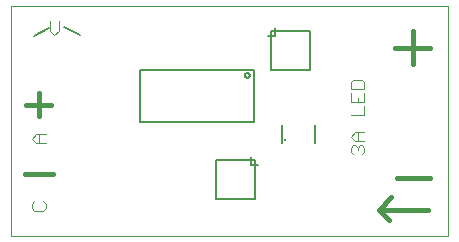
<source format=gto>
G75*
G70*
%OFA0B0*%
%FSLAX24Y24*%
%IPPOS*%
%LPD*%
%AMOC8*
5,1,8,0,0,1.08239X$1,22.5*
%
%ADD10C,0.0000*%
%ADD11C,0.0181*%
%ADD12C,0.0040*%
%ADD13C,0.0060*%
%ADD14C,0.0079*%
%ADD15C,0.0050*%
D10*
X000228Y000100D02*
X000228Y007777D01*
X014795Y007777D01*
X014795Y000100D01*
X000228Y000100D01*
D11*
X000681Y002167D02*
X001626Y002167D01*
X001153Y004116D02*
X001153Y004883D01*
X000740Y004470D02*
X001567Y004470D01*
X012492Y000986D02*
X012846Y000631D01*
X012492Y000986D02*
X012905Y001399D01*
X012492Y000986D01*
X014146Y000986D01*
X014205Y002049D02*
X013083Y002049D01*
X013614Y005828D02*
X013614Y006950D01*
X013023Y006360D02*
X014205Y006360D01*
D12*
X012000Y005228D02*
X011927Y005300D01*
X011639Y005300D01*
X011567Y005228D01*
X011567Y005012D01*
X012000Y005012D01*
X012000Y005228D01*
X012000Y004865D02*
X012000Y004577D01*
X011567Y004577D01*
X011567Y004865D01*
X011783Y004721D02*
X011783Y004577D01*
X012000Y004430D02*
X012000Y004142D01*
X011567Y004142D01*
X011711Y003560D02*
X012000Y003560D01*
X011783Y003560D02*
X011783Y003272D01*
X011711Y003272D02*
X011567Y003416D01*
X011711Y003560D01*
X011711Y003272D02*
X012000Y003272D01*
X011927Y003125D02*
X011855Y003125D01*
X011783Y003053D01*
X011783Y002981D01*
X011783Y003053D02*
X011711Y003125D01*
X011639Y003125D01*
X011567Y003053D01*
X011567Y002909D01*
X011639Y002837D01*
X011927Y002837D02*
X012000Y002909D01*
X012000Y003053D01*
X011927Y003125D01*
X001825Y006957D02*
X001825Y007263D01*
X001518Y007263D02*
X001518Y006957D01*
X001671Y006803D01*
X001825Y006957D01*
X001383Y003510D02*
X001076Y003510D01*
X000923Y003356D01*
X001076Y003203D01*
X001383Y003203D01*
X001153Y003203D02*
X001153Y003510D01*
X001000Y001260D02*
X000923Y001183D01*
X000923Y001029D01*
X001000Y000953D01*
X001307Y000953D01*
X001383Y001029D01*
X001383Y001183D01*
X001307Y001260D01*
D13*
X009255Y003202D02*
X009255Y003817D01*
X010375Y003817D02*
X010375Y003202D01*
D14*
X009362Y003313D03*
D15*
X008228Y002740D02*
X008228Y002490D01*
X008478Y002490D01*
X008228Y002490D02*
X008228Y002740D01*
X008378Y002639D02*
X007079Y002639D01*
X007079Y001340D01*
X008378Y001340D01*
X008378Y002639D01*
X008319Y003919D02*
X008319Y005651D01*
X004539Y005651D01*
X004539Y003919D01*
X008319Y003919D01*
X008022Y005472D02*
X008024Y005490D01*
X008030Y005506D01*
X008039Y005522D01*
X008051Y005534D01*
X008066Y005544D01*
X008082Y005551D01*
X008100Y005554D01*
X008117Y005553D01*
X008134Y005548D01*
X008150Y005540D01*
X008164Y005528D01*
X008174Y005514D01*
X008182Y005498D01*
X008186Y005481D01*
X008186Y005463D01*
X008182Y005446D01*
X008174Y005430D01*
X008164Y005416D01*
X008150Y005404D01*
X008134Y005396D01*
X008117Y005391D01*
X008100Y005390D01*
X008082Y005393D01*
X008066Y005400D01*
X008051Y005410D01*
X008039Y005422D01*
X008030Y005438D01*
X008024Y005454D01*
X008022Y005472D01*
X008890Y005631D02*
X008890Y006931D01*
X010189Y006931D01*
X010189Y005631D01*
X008890Y005631D01*
X008789Y006781D02*
X009039Y006781D01*
X009039Y007031D01*
X009039Y006781D02*
X008789Y006781D01*
X002521Y006793D02*
X002010Y007078D01*
X001488Y007049D02*
X000986Y006783D01*
M02*

</source>
